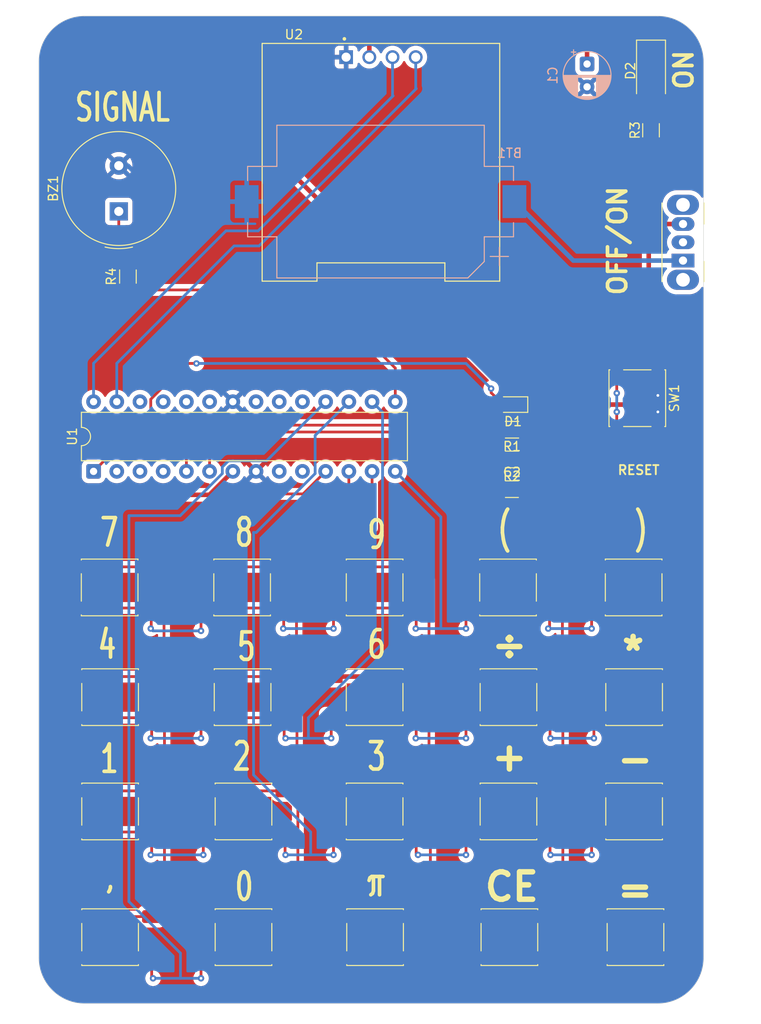
<source format=kicad_pcb>
(kicad_pcb (version 20241229) (generator "pcbnew") (generator_version "9.0")
  (layers (0 "F.Cu" signal) (2 "B.Cu" signal) (13 "F.Paste" user) (15 "B.Paste" user) (5 "F.SilkS" user "F.Silkscreen") (7 "B.SilkS" user "B.Silkscreen") (1 "F.Mask" user) (3 "B.Mask" user) (25 "Edge.Cuts" user))
  (net 0 "")
  (net 1 "Net-(BT1-+)")
  (net 2 "GND")
  (net 3 "Net-(BZ1-+)")
  (net 4 "+3.3V")
  (net 5 "RESET")
  (net 6 "Net-(D2-A)")
  (net 7 "Net-(R2-Pad1)")
  (net 8 "BUZZER")
  (net 9 "C5")
  (net 10 "R1")
  (net 11 "R2")
  (net 12 "R3")
  (net 13 "R4")
  (net 14 "C4")
  (net 15 "C3")
  (net 16 "C2")
  (net 17 "C1")
  (net 27 "Net-(U1-PC4)")
  (net 32 "Net-(U1-PC5)")
  (footprint "Button_Switch_SMD:SW_Push_1P1T_NO_E-Switch_TL3301NxxxxxG" (layer "F.Cu") (at 143.5 101.75)
    (property "Reference" "SW2" (hide yes))
    (property "Value" "SW_Push")
  )
  (footprint "Button_Switch_THT:SW_Slide_SPDT_Angled_CK_OS102011MA1Q" (layer "F.Cu") (at 206.25 66 90)
    (property "Reference" "SW22" (hide yes))
    (property "Value" "SW_SPDT_312")
  )
  (footprint "Button_Switch_SMD:SW_Push_1P1T_NO_E-Switch_TL3301NxxxxxG" (layer "F.Cu") (at 172.5 101.75)
    (property "Reference" "SW13" (hide yes))
    (property "Value" "SW_Push")
  )
  (footprint "Capacitor_SMD:C_1206_3216Metric" (layer "F.Cu") (at 187.525 91)
    (property "Reference" "C2")
    (property "Value" "100nF")
  )
  (footprint "Button_Switch_SMD:SW_Push_1P1T_NO_E-Switch_TL3301NxxxxxG" (layer "F.Cu") (at 143.55 140)
    (property "Reference" "SW5" (hide yes))
    (property "Value" "SW_Push")
  )
  (footprint "Button_Switch_SMD:SW_Push_1P1T_NO_E-Switch_TL3301NxxxxxG" (layer "F.Cu") (at 200.9 126.25)
    (property "Reference" "SW20" (hide yes))
    (property "Value" "SW_Push")
  )
  (footprint "Button_Switch_SMD:SW_Push_1P1T_NO_E-Switch_TL3301NxxxxxG" (layer "F.Cu") (at 201.05 140)
    (property "Reference" "SW21" (hide yes))
    (property "Value" "SW_Push")
  )
  (footprint "Button_Switch_SMD:SW_Push_1P1T_NO_E-Switch_TL3301NxxxxxG" (layer "F.Cu") (at 187.1 101.75)
    (property "Reference" "SW14" (hide yes))
    (property "Value" "SW_Push")
  )
  (footprint "Button_Switch_SMD:SW_Push_1P1T_NO_E-Switch_TL3301NxxxxxG" (layer "F.Cu") (at 158.15 126.25)
    (property "Reference" "SW8" (hide yes))
    (property "Value" "SW_Push")
  )
  (footprint "Buzzer_Beeper:Buzzer_TDK_PS1240P02BT_D12.2mm_H6.5mm" (layer "F.Cu") (at 144.5 60.620785 90)
    (property "Reference" "BZ1")
    (property "Value" "Buzzer")
  )
  (footprint "Resistor_SMD:R_1206_3216Metric" (layer "F.Cu") (at 187.5375 87.75 180)
    (property "Reference" "R2")
    (property "Value" "300R")
  )
  (footprint "LED_SMD:LED_2010_5025Metric_Pad1.52x2.65mm_HandSolder" (layer "F.Cu") (at 202.75 45.25 -90)
    (property "Reference" "D2")
    (property "Value" "GREEN")
  )
  (footprint "Button_Switch_SMD:SW_Push_1P1T_NO_E-Switch_TL3301NxxxxxG" (layer "F.Cu") (at 143.55 113.75)
    (property "Reference" "SW3" (hide yes))
    (property "Value" "SW_Push")
  )
  (footprint "Resistor_SMD:R_1206_3216Metric" (layer "F.Cu") (at 202.75 51.75 -90)
    (property "Reference" "R3")
    (property "Value" "330R")
  )
  (footprint "Button_Switch_SMD:SW_Push_1P1T_NO_E-Switch_TL3301NxxxxxG" (layer "F.Cu") (at 187.15 126.25)
    (property "Reference" "SW16" (hide yes))
    (property "Value" "SW_Push")
  )
  (footprint "Button_Switch_SMD:SW_Push_1P1T_NO_E-Switch_TL3301NxxxxxG" (layer "F.Cu") (at 158.15 140)
    (property "Reference" "SW9" (hide yes))
    (property "Value" "SW_Push")
  )
  (footprint "Button_Switch_SMD:SW_Push_1P1T_NO_E-Switch_TL3301NxxxxxG" (layer "F.Cu") (at 172.5 126.25)
    (property "Reference" "SW11" (hide yes))
    (property "Value" "SW_Push")
  )
  (footprint "Button_Switch_SMD:SW_Push_1P1T_NO_E-Switch_TL3301NxxxxxG" (layer "F.Cu") (at 200.9 113.75)
    (property "Reference" "SW19" (hide yes))
    (property "Value" "SW_Push")
  )
  (footprint "Button_Switch_SMD:SW_Push_1P1T_NO_E-Switch_TL3301NxxxxxG" (layer "F.Cu") (at 200.85 101.75)
    (property "Reference" "SW18" (hide yes))
    (property "Value" "SW_Push")
  )
  (footprint "Button_Switch_SMD:SW_Push_1P1T_NO_E-Switch_TL3301NxxxxxG" (layer "F.Cu") (at 201.25 81.05 -90)
    (property "Reference" "SW1")
    (property "Value" "RESET")
  )
  (footprint "Button_Switch_SMD:SW_Push_1P1T_NO_E-Switch_TL3301NxxxxxG" (layer "F.Cu") (at 187.25 140)
    (property "Reference" "SW17" (hide yes))
    (property "Value" "SW_Push")
  )
  (footprint "Button_Switch_SMD:SW_Push_1P1T_NO_E-Switch_TL3301NxxxxxG" (layer "F.Cu") (at 187.15 113.75)
    (property "Reference" "SW15" (hide yes))
    (property "Value" "SW_Push")
  )
  (footprint "Package_DIP:DIP-28_W7.62mm" (layer "F.Cu") (at 141.74 89.055 90)
    (property "Reference" "U1")
    (property "Value" "ATmega328-P")
  )
  (footprint "Button_Switch_SMD:SW_Push_1P1T_NO_E-Switch_TL3301NxxxxxG" (layer "F.Cu") (at 158.05 113.75)
    (property "Reference" "SW7" (hide yes))
    (property "Value" "SW_Push")
  )
  (footprint "Diode_SMD:D_SOD-323F" (layer "F.Cu") (at 187.65 81.75 180)
    (property "Reference" "D1")
    (property "Value" "3.4 Zener")
  )
  (footprint "Button_Switch_SMD:SW_Push_1P1T_NO_E-Switch_TL3301NxxxxxG" (layer "F.Cu") (at 143.55 126.25)
    (property "Reference" "SW4" (hide yes))
    (property "Value" "SW_Push")
  )
  (footprint "Resistor_SMD:R_1206_3216Metric" (layer "F.Cu") (at 187.5375 84.5 180)
    (property "Reference" "R1")
    (property "Value" "10k")
  )
  (footprint "Button_Switch_SMD:SW_Push_1P1T_NO_E-Switch_TL3301NxxxxxG" (layer "F.Cu") (at 172.55 140)
    (property "Reference" "SW10" (hide yes))
    (property "Value" "SW_Push")
  )
  (footprint "DM-OLED096-636:MODULE_DM-OLED096-636" (layer "F.Cu") (at 173.19 55.25)
    (property "Reference" "U2")
    (property "Value" "DM-OLED096-636")
  )
  (footprint "Button_Switch_SMD:SW_Push_1P1T_NO_E-Switch_TL3301NxxxxxG" (layer "F.Cu") (at 158 101.75)
    (property "Reference" "SW6" (hide yes))
    (property "Value" "SW_Push")
  )
  (footprint "Resistor_SMD:R_1206_3216Metric" (layer "F.Cu") (at 145.5 67.75 90)
    (property "Reference" "R4")
    (property "Value" "100R")
  )
  (footprint "Button_Switch_SMD:SW_Push_1P1T_NO_E-Switch_TL3301NxxxxxG" (layer "F.Cu") (at 172.5 113.75)
    (property "Reference" "SW12" (hide yes))
    (property "Value" "SW_Push")
  )
  (footprint "Battery:BatteryHolder_Keystone_1060_1x2032" (layer "B.Cu") (at 173.15 59.55 180)
    (property "Reference" "BT1")
    (property "Value" "3.3V")
  )
  (footprint "Capacitor_THT:CP_Radial_D5.0mm_P2.50mm" (layer "B.Cu") (at 195.75 44.5 -90)
    (property "Reference" "C1")
    (property "Value" "100uF")
  )
  (gr_arc (start 140.75 147.25) (mid 137.214466 145.785534) (end 135.75 142.25) (stroke (width 0.05)) (layer "Edge.Cuts"))
  (gr_line (start 208.5 142.25) (end 208.5 44.25) (stroke (width 0.05)) (layer "Edge.Cuts"))
  (gr_line (start 140.75 147.25) (end 203.5 147.25) (stroke (width 0.05)) (layer "Edge.Cuts"))
  (gr_arc (start 135.75 44.25) (mid 137.214466 40.714466) (end 140.75 39.25) (stroke (width 0.05)) (layer "Edge.Cuts"))
  (gr_arc (start 208.5 142.25) (mid 207.035534 145.785534) (end 203.5 147.25) (stroke (width 0.05)) (layer "Edge.Cuts"))
  (gr_line (start 135.75 44.25) (end 135.75 142.25) (stroke (width 0.05)) (layer "Edge.Cuts"))
  (gr_arc (start 203.5 39.25) (mid 207.035534 40.714466) (end 208.5 44.25) (stroke (width 0.05)) (layer "Edge.Cuts"))
  (gr_line (start 203.5 39.25) (end 140.75 39.25) (stroke (width 0.05)) (layer "Edge.Cuts"))
  (gr_text "RESET" (at 199 89.5 0) (layer "F.SilkS") (effects (font (size 1 1) (thickness 0.2) (bold yes)) (justify left bottom)))
  (gr_text "8" (at 157 97.5 0) (layer "F.SilkS") (effects (font (size 3 2) (thickness 0.4) (bold yes)) (justify left bottom)))
  (gr_text "2" (at 156.75 122 0) (layer "F.SilkS") (effects (font (size 3 2) (thickness 0.4) (bold yes)) (justify left bottom)))
  (gr_text "SIGNAL" (at 139.5 51 0) (layer "F.SilkS") (effects (font (size 3 2) (thickness 0.4) (bold yes)) (justify left bottom)))
  (gr_text "3" (at 171.5 122 0) (layer "F.SilkS") (effects (font (size 3 2) (thickness 0.4) (bold yes)) (justify left bottom)))
  (gr_text "÷" (at 185 109.75 0) (layer "F.SilkS") (effects (font (size 3 3) (thickness 0.6) (bold yes)) (justify left bottom)))
  (gr_text "6" (at 171.5 109.75 0) (layer "F.SilkS") (effects (font (size 3 2) (thickness 0.4) (bold yes)) (justify left bottom)))
  (gr_text "0" (at 157 136.25 0) (layer "F.SilkS") (effects (font (size 3 2) (thickness 0.4) (bold yes)) (justify left bottom)))
  (gr_text "+" (at 185 122 0) (layer "F.SilkS") (effects (font (size 3 3) (thickness 0.6) (bold yes)) (justify left bottom)))
  (gr_text "1" (at 142.25 122.25 0) (layer "F.SilkS") (effects (font (size 3 2) (thickness 0.4) (bold yes)) (justify left bottom)))
  (gr_text "ON" (at 207.5 47.5 90) (layer "F.SilkS") (effects (font (size 2 2) (thickness 0.4) (bold yes)) (justify left bottom)))
  (gr_text "=" (at 198.75 136.5 0) (layer "F.SilkS") (effects (font (size 3 3) (thickness 0.6) (bold yes)) (justify left bottom)))
  (gr_text "OFF/ON" (at 200.25 70 90) (layer "F.SilkS") (effects (font (size 2 2) (thickness 0.4) (bold yes)) (justify left bottom)))
  (gr_text "π" (at 171.25 135.75 0) (layer "F.SilkS") (effects (font (size 3 2) (thickness 0.4) (bold yes)) (justify left bottom)))
  (gr_text "," (at 142.75 135 0) (layer "F.SilkS") (effects (font (size 3 2) (thickness 0.4) (bold yes)) (justify left bottom)))
  (gr_text "CE" (at 184.25 136.25 0) (layer "F.SilkS") (effects (font (size 3 3) (thickness 0.6) (bold yes)) (justify left bottom)))
  (gr_text ")" (at 200.75 97 0) (layer "F.SilkS") (effects (font (size 3 2) (thickness 0.4) (bold yes)) (justify left bottom)))
  (gr_text "(" (at 185.75 97 0) (layer "F.SilkS") (effects (font (size 3 2) (thickness 0.4) (bold yes)) (justify left bottom)))
  (gr_text "4" (at 142 109.75 0) (layer "F.SilkS") (effects (font (size 3 2) (thickness 0.4) (bold yes)) (justify left bottom)))
  (gr_text "9" (at 171.5 97.75 0) (layer "F.SilkS") (effects (font (size 3 2) (thickness 0.4) (bold yes)) (justify left bottom)))
  (gr_text "*" (at 199.25 110.5 0) (layer "F.SilkS") (effects (font (size 3 3) (thickness 0.6) (bold yes)) (justify left bottom)))
  (gr_text "-" (at 198.75 122.25 0) (layer "F.SilkS") (effects (font (size 3 3) (thickness 0.6) (bold yes)) (justify left bottom)))
  (gr_text "7" (at 142.25 97.5 0) (layer "F.SilkS") (effects (font (size 3 2) (thickness 0.4) (bold yes)) (justify left bottom)))
  (gr_text "5" (at 157.25 110 0) (layer "F.SilkS") (effects (font (size 3 2) (thickness 0.4) (bold yes)) (justify left bottom)))
  (segment (start 194.25 66) (end 206.25 66) (width 0.5) (layer "B.Cu") (net 1))
  (segment (start 187.8 59.55) (end 194.25 66) (width 0.5) (layer "B.Cu") (net 1))
  (segment (start 203.5 76.5) (end 203.5 80.75) (width 0.5) (layer "F.Cu") (net 2))
  (segment (start 203.5 82.55) (end 203.5 85.6) (width 0.5) (layer "F.Cu") (net 2))
  (via (at 203.5 80.75) (size 0.7) (drill 0.3) (layers "F.Cu" "B.Cu") (net 2))
  (via (at 203.5 82.55) (size 0.7) (drill 0.3) (layers "F.Cu" "B.Cu") (net 2))
  (segment (start 158.5 59.55) (end 149.429215 59.55) (width 0.5) (layer "B.Cu") (net 2))
  (segment (start 149.429215 59.55) (end 145.5 55.620785) (width 0.5) (layer "B.Cu") (net 2))
  (segment (start 158.5 54.69) (end 163.97 49.22) (width 0.5) (layer "B.Cu") (net 2))
  (segment (start 158.5 59.55) (end 158.5 54.69) (width 0.5) (layer "B.Cu") (net 2))
  (segment (start 203.5 80.75) (end 203.5 82.55) (width 0.5) (layer "B.Cu") (net 2))
  (segment (start 145.5 63.75) (end 145.5 66.2875) (width 0.3) (layer "F.Cu") (net 3))
  (segment (start 144.5 62.75) (end 145.5 63.75) (width 0.3) (layer "F.Cu") (net 3))
  (segment (start 144.5 60.620785) (end 144.5 62.75) (width 0.3) (layer "F.Cu") (net 3))
  (segment (start 156.98 89.055) (end 154.414 91.621) (width 0.5) (layer "F.Cu") (net 4))
  (segment (start 139.042708 91.621) (end 137.5 90.078292) (width 0.5) (layer "F.Cu") (net 4))
  (segment (start 204.25 81.75) (end 205.5 80.5) (width 0.5) (layer "F.Cu") (net 4))
  (segment (start 154.414 91.621) (end 139.042708 91.621) (width 0.5) (layer "F.Cu") (net 4))
  (segment (start 159.75 52.75) (end 188.75 81.75) (width 0.5) (layer "F.Cu") (net 4))
  (segment (start 188.75 81.75) (end 204.25 81.75) (width 0.5) (layer "F.Cu") (net 4))
  (segment (start 137.5 90.078292) (end 137.5 58) (width 0.5) (layer "F.Cu") (net 4))
  (segment (start 207.25 43.75) (end 207.25 52.5) (width 0.5) (layer "F.Cu") (net 4))
  (segment (start 206.5 53.25) (end 206.4625 53.2125) (width 0.5) (layer "F.Cu") (net 4))
  (segment (start 202.75 60.5) (end 202.75 53.2125) (width 0.5) (layer "F.Cu") (net 4))
  (segment (start 204.25 62) (end 202.75 60.5) (width 0.5) (layer "F.Cu") (net 4))
  (segment (start 188.75 81.75) (end 188.75 84.25) (width 0.3) (layer "F.Cu") (net 4))
  (segment (start 202.5 68) (end 202.5 63.75) (width 0.5) (layer "F.Cu") (net 4))
  (segment (start 204.5 41) (end 207.25 43.75) (width 0.5) (layer "F.Cu") (net 4))
  (segment (start 142.75 52.75) (end 159.75 52.75) (width 0.5) (layer "F.Cu") (net 4))
  (segment (start 188.75 84.25) (end 189 84.5) (width 0.3) (layer "F.Cu") (net 4))
  (segment (start 202.5 63.75) (end 204.25 62) (width 0.5) (layer "F.Cu") (net 4))
  (segment (start 137.5 58) (end 142.75 52.75) (width 0.5) (layer "F.Cu") (net 4))
  (segment (start 194.75 41) (end 173 41) (width 0.5) (layer "F.Cu") (net 4))
  (segment (start 206.4625 53.2125) (end 202.75 53.2125) (width 0.5) (layer "F.Cu") (net 4))
  (segment (start 171.92 42.08) (end 171.92 43.75) (width 0.5) (layer "F.Cu") (net 4))
  (segment (start 205.5 71) (end 202.5 68) (width 0.5) (layer "F.Cu") (net 4))
  (segment (start 207.25 52.5) (end 206.5 53.25) (width 0.5) (layer "F.Cu") (net 4))
  (segment (start 195.75 44.5) (end 195.75 42) (width 0.5) (layer "F.Cu") (net 4))
  (segment (start 206.25 62) (end 204.25 62) (width 0.5) (layer "F.Cu") (net 4))
  (segment (start 196.75 41) (end 204.5 41) (width 0.5) (layer "F.Cu") (net 4))
  (segment (start 205.5 80.5) (end 205.5 71) (width 0.5) (layer "F.Cu") (net 4))
  (segment (start 195.75 42) (end 194.75 41) (width 0.5) (layer "F.Cu") (net 4))
  (segment (start 173 41) (end 171.92 42.08) (width 0.5) (layer "F.Cu") (net 4))
  (segment (start 195.75 42) (end 196.75 41) (width 0.5) (layer "F.Cu") (net 4))
  (segment (start 186.55 84.025) (end 186.075 84.5) (width 0.3) (layer "F.Cu") (net 5))
  (segment (start 141.74 89.055) (end 148 82.795) (width 0.3) (layer "F.Cu") (net 5))
  (segment (start 186.55 81.75) (end 186.55 84.025) (width 0.3) (layer "F.Cu") (net 5))
  (segment (start 151.91724 77.25) (end 153 77.25) (width 0.3) (layer "F.Cu") (net 5))
  (segment (start 186.075 90.975) (end 186.05 91) (width 0.3) (layer "F.Cu") (net 5))
  (segment (start 186.075 84.5) (end 186.075 87.75) (width 0.3) (layer "F.Cu") (net 5))
  (segment (start 148 82.795) (end 148 81.16724) (width 0.3) (layer "F.Cu") (net 5))
  (segment (start 185.25 80) (end 185.25 80.45) (width 0.3) (layer "F.Cu") (net 5))
  (segment (start 148 81.16724) (end 151.91724 77.25) (width 0.3) (layer "F.Cu") (net 5))
  (segment (start 186.075 87.75) (end 186.075 90.975) (width 0.3) (layer "F.Cu") (net 5))
  (segment (start 185.25 80.45) (end 186.55 81.75) (width 0.3) (layer "F.Cu") (net 5))
  (via (at 153 77.25) (size 0.7) (drill 0.3) (layers "F.Cu" "B.Cu") (net 5))
  (via (at 185.25 80) (size 0.7) (drill 0.3) (layers "F.Cu" "B.Cu") (net 5))
  (segment (start 182.5 77.25) (end 185.25 80) (width 0.3) (layer "B.Cu") (net 5))
  (segment (start 153 77.25) (end 182.5 77.25) (width 0.3) (layer "B.Cu") (net 5))
  (segment (start 202.75 47.5875) (end 202.75 50.2875) (width 0.3) (layer "F.Cu") (net 6))
  (segment (start 189 87.75) (end 191.15 85.6) (width 0.3) (layer "F.Cu") (net 7))
  (segment (start 199 76.5) (end 199 80.5) (width 0.3) (layer "F.Cu") (net 7))
  (segment (start 199 82.55) (end 199 85.6) (width 0.3) (layer "F.Cu") (net 7))
  (segment (start 191.15 85.6) (end 199 85.6) (width 0.3) (layer "F.Cu") (net 7))
  (via (at 199 82.55) (size 0.7) (drill 0.3) (layers "F.Cu" "B.Cu") (net 7))
  (via (at 199 80.5) (size 0.7) (drill 0.3) (layers "F.Cu" "B.Cu") (net 7))
  (segment (start 199 80.5) (end 199 82.55) (width 0.3) (layer "B.Cu") (net 7))
  (segment (start 174.76 77.76) (end 174.76 81.435) (width 0.3) (layer "F.Cu") (net 8))
  (segment (start 162.7125 69.2125) (end 168.5 75) (width 0.3) (layer "F.Cu") (net 8))
  (segment (start 172 75) (end 174.76 77.76) (width 0.3) (layer "F.Cu") (net 8))
  (segment (start 145.5 69.2125) (end 162.7125 69.2125) (width 0.3) (layer "F.Cu") (net 8))
  (segment (start 168.5 75) (end 172 75) (width 0.3) (layer "F.Cu") (net 8))
  (segment (start 149.501 112.901) (end 149.501 122.599) (width 0.3) (layer "F.Cu") (net 9))
  (segment (start 148.05 99.5) (end 149.451 100.901) (width 0.3) (layer "F.Cu") (net 9))
  (segment (start 139 137.75) (end 148.1 137.75) (width 0.3) (layer "F.Cu") (net 9))
  (segment (start 149.451 100.901) (end 149.451 110.149) (width 0.3) (layer "F.Cu") (net 9))
  (segment (start 139 111.5) (end 148.1 111.5) (width 0.3) (layer "F.Cu") (net 9))
  (segment (start 148.1 111.5) (end 149.501 112.901) (width 0.3) (layer "F.Cu") (net 9))
  (segment (start 149.501 125.401) (end 149.501 136.349) (width 0.3) (layer "F.Cu") (net 9))
  (segment (start 164.674 91.521) (end 167.14 89.055) (width 0.3) (layer "F.Cu") (net 9))
  (segment (start 148.05 99.5) (end 149 99.5) (width 0.3) (layer "F.Cu") (net 9))
  (segment (start 149.501 136.349) (end 148.1 137.75) (width 0.3) (layer "F.Cu") (net 9))
  (segment (start 138.95 99.5) (end 148.05 99.5) (width 0.3) (layer "F.Cu") (net 9))
  (segment (start 149.501 122.599) (end 148.1 124) (width 0.3) (layer "F.Cu") (net 9))
  (segment (start 148.1 124) (end 149.501 125.401) (width 0.3) (layer "F.Cu") (net 9))
  (segment (start 139 124) (end 148.1 124) (width 0.3) (layer "F.Cu") (net 9))
  (segment (start 149.451 110.149) (end 148.1 111.5) (width 0.3) (layer "F.Cu") (net 9))
  (segment (start 149 99.5) (end 156.979 91.521) (width 0.3) (layer "F.Cu") (net 9))
  (segment (start 156.979 91.521) (end 164.674 91.521) (width 0.3) (layer "F.Cu") (net 9))
  (segment (start 177.05 106.2) (end 177 106.25) (width 0.3) (layer "F.Cu") (net 10))
  (segment (start 153.5 106.5) (end 153.5 104.05) (width 0.3) (layer "F.Cu") (net 10))
  (segment (start 168 104.05) (end 167.95 104) (width 0.3) (layer "F.Cu") (net 10))
  (segment (start 162.55 104) (end 162.55 106.2) (width 0.3) (layer "F.Cu") (net 10))
  (segment (start 167.95 104) (end 177.05 104) (width 0.3) (layer "F.Cu") (net 10))
  (segment (start 182.55 104) (end 191.65 104) (width 0.3) (layer "F.Cu") (net 10))
  (segment (start 148.05 106.2) (end 148 106.25) (width 0.3) (layer "F.Cu") (net 10))
  (segment (start 148.05 104) (end 148.05 106.2) (width 0.3) (layer "F.Cu") (net 10))
  (segment (start 191.65 106.1) (end 191.5 106.25) (width 0.3) (layer "F.Cu") (net 10))
  (segment (start 162.55 106.2) (end 162.5 106.25) (width 0.3) (layer "F.Cu") (net 10))
  (segment (start 153.45 104) (end 162.55 104) (width 0.3) (layer "F.Cu") (net 10))
  (segment (start 153.5 104.05) (end 153.45 104) (width 0.3) (layer "F.Cu") (net 10))
  (segment (start 191.65 104) (end 191.65 106.1) (width 0.3) (layer "F.Cu") (net 10))
  (segment (start 182.5 104.05) (end 182.55 104) (width 0.3) (layer "F.Cu") (net 10))
  (segment (start 196.25 106.25) (end 196.25 104.05) (width 0.3) (layer "F.Cu") (net 10))
  (segment (start 168 106.25) (end 168 104.05) (width 0.3) (layer "F.Cu") (net 10))
  (segment (start 196.25 104.05) (end 196.3 104) (width 0.3) (layer "F.Cu") (net 10))
  (segment (start 177.05 104) (end 177.05 106.2) (width 0.3) (layer "F.Cu") (net 10))
  (segment (start 182.5 106.25) (end 182.5 104.05) (width 0.3) (layer "F.Cu") (net 10))
  (segment (start 138.95 104) (end 148.05 104) (width 0.3) (layer "F.Cu") (net 10))
  (segment (start 196.3 104) (end 205.4 104) (width 0.3) (layer "F.Cu") (net 10))
  (via (at 182.5 106.25) (size 0.7) (drill 0.3) (layers "F.Cu" "B.Cu") (net 10))
  (via (at 148 106.25) (size 0.7) (drill 0.3) (layers "F.Cu" "B.Cu") (net 10))
  (via (at 153.5 106.5) (size 0.7) (drill 0.3) (layers "F.Cu" "B.Cu") (net 10))
  (via (at 162.5 106.25) (size 0.7) (drill 0.3) (layers "F.Cu" "B.Cu") (net 10))
  (via (at 196.25 106.25) (size 0.7) (drill 0.3) (layers "F.Cu" "B.Cu") (net 10))
  (via (at 191.5 106.25) (size 0.7) (drill 0.3) (layers "F.Cu" "B.Cu") (net 10))
  (via (at 168 106.25) (size 0.7) (drill 0.3) (layers "F.Cu" "B.Cu") (net 10))
  (via (at 177 106.25) (size 0.7) (drill 0.3) (layers "F.Cu" "B.Cu") (net 10))
  (segment (start 191.5 106.25) (end 196.25 106.25) (width 0.3) (layer "B.Cu") (net 10))
  (segment (start 179.75 106.25) (end 180 106.25) (width 0.3) (layer "B.Cu") (net 10))
  (segment (start 148 106.25) (end 148.25 106.5) (width 0.3) (layer "B.Cu") (net 10))
  (segment (start 148.25 106.5) (end 153.5 106.5) (width 0.3) (layer "B.Cu") (net 10))
  (segment (start 162.5 106.25) (end 168 106.25) (width 0.3) (layer "B.Cu") (net 10))
  (segment (start 174.76 89.055) (end 179.75 94.045) (width 0.3) (layer "B.Cu") (net 10))
  (segment (start 179.75 94.045) (end 179.75 106.25) (width 0.3) (layer "B.Cu") (net 10))
  (segment (start 177 106.25) (end 179.75 106.25) (width 0.3) (layer "B.Cu") (net 10))
  (segment (start 180 106.25) (end 182.5 106.25) (width 0.3) (layer "B.Cu") (net 10))
  (segment (start 196.5 118.25) (end 196.5 116.15) (width 0.3) (layer "F.Cu") (net 11))
  (segment (start 167.75 118.25) (end 167.75 116.2) (width 0.3) (layer "F.Cu") (net 11))
  (segment (start 148.1 118.15) (end 148 118.25) (width 0.3) (layer "F.Cu") (net 11))
  (segment (start 191.7 118.2) (end 191.75 118.25) (width 0.3) (layer "F.Cu") (net 11))
  (segment (start 177.05 118.2) (end 177 118.25) (width 0.3) (layer "F.Cu") (net 11))
  (segment (start 177.05 116) (end 177.05 118.2) (width 0.3) (layer "F.Cu") (net 11))
  (segment (start 162.6 118.1) (end 162.75 118.25) (width 0.3) (layer "F.Cu") (net 11))
  (segment (start 162.6 116) (end 162.6 118.1) (width 0.3) (layer "F.Cu") (net 11))
  (segment (start 191.7 116) (end 191.7 118.2) (width 0.3) (layer "F.Cu") (net 11))
  (segment (start 153.5 118.25) (end 153.5 116) (width 0.3) (layer "F.Cu") (net 11))
  (segment (start 196.5 116.15) (end 196.35 116) (width 0.3) (layer "F.Cu") (net 11))
  (segment (start 182.5 116.1) (end 182.6 116) (width 0.3) (layer "F.Cu") (net 11))
  (segment (start 153.5 116) (end 162.6 116) (width 0.3) (layer "F.Cu") (net 11))
  (segment (start 139 116) (end 148.1 116) (width 0.3) (layer "F.Cu") (net 11))
  (segment (start 196.35 116) (end 205.45 116) (width 0.3) (layer "F.Cu") (net 11))
  (segment (start 167.75 116.2) (end 167.95 116) (width 0.3) (layer "F.Cu") (net 11))
  (segment (start 182.5 118.25) (end 182.5 116.1) (width 0.3) (layer "F.Cu") (net 11))
  (segment (start 182.6 116) (end 191.7 116) (width 0.3) (layer "F.Cu") (net 11))
  (segment (start 148.1 116) (end 148.1 118.15) (width 0.3) (layer "F.Cu") (net 11))
  (segment (start 167.95 116) (end 177.05 116) (width 0.3) (layer "F.Cu") (net 11))
  (via (at 196.5 118.25) (size 0.7) (drill 0.3) (layers "F.Cu" "B.Cu") (net 11))
  (via (at 167.75 118.25) (size 0.7) (drill 0.3) (layers "F.Cu" "B.Cu") (net 11))
  (via (at 148 118.25) (size 0.7) (drill 0.3) (layers "F.Cu" "B.Cu") (net 11))
  (via (at 177 118.25) (size 0.7) (drill 0.3) (layers "F.Cu" "B.Cu") (net 11))
  (via (at 153.5 118.25) (size 0.7) (drill 0.3) (layers "F.Cu" "B.Cu") (net 11))
  (via (at 191.75 118.25) (size 0.7) (drill 0.3) (layers "F.Cu" "B.Cu") (net 11))
  (via (at 162.75 118.25) (size 0.7) (drill 0.3) (layers "F.Cu" "B.Cu") (net 11))
  (via (at 182.5 118.25) (size 0.7) (drill 0.3) (layers "F.Cu" "B.Cu") (net 11))
  (segment (start 172.22 81.435) (end 173.371 82.586) (width 0.3) (layer "B.Cu") (net 11))
  (segment (start 173.371 107.879) (end 165.25 116) (width 0.3) (layer "B.Cu") (net 11))
  (segment (start 165.25 116) (end 165.25 118.25) (width 0.3) (layer "B.Cu") (net 11))
  (segment (start 162.75 118.25) (end 165.25 118.25) (width 0.3) (layer "B.Cu") (net 11))
  (segment (start 165.25 118.25) (end 167.75 118.25) (width 0.3) (layer "B.Cu") (net 11))
  (segment (start 173.371 82.586) (end 173.371 107.879) (width 0.3) (layer "B.Cu") (net 11))
  (segment (start 191.75 118.25) (end 196.5 118.25) (width 0.3) (layer "B.Cu") (net 11))
  (segment (start 148 118.25) (end 153.5 118.25) (width 0.3) (layer "B.Cu") (net 11))
  (segment (start 177 118.25) (end 182.5 118.25) (width 0.3) (layer "B.Cu") (net 11))
  (segment (start 196.25 128.6) (end 196.35 128.5) (width 0.3) (layer "F.Cu") (net 12))
  (segment (start 153.6 128.5) (end 162.7 128.5) (width 0.3) (layer "F.Cu") (net 12))
  (segment (start 177.05 128.5) (end 177.05 130.8) (width 0.3) (layer "F.Cu") (net 12))
  (segment (start 168 131) (end 168 128.55) (width 0.3) (layer "F.Cu") (net 12))
  (segment (start 167.95 128.5) (end 177.05 128.5) (width 0.3) (layer "F.Cu") (net 12))
  (segment (start 162.7 130.95) (end 162.75 131) (width 0.3) (layer "F.Cu") (net 12))
  (segment (start 182.5 131) (end 182.5 128.6) (width 0.3) (layer "F.Cu") (net 12))
  (segment (start 196.35 128.5) (end 205.45 128.5) (width 0.3) (layer "F.Cu") (net 12))
  (segment (start 182.5 128.6) (end 182.6 128.5) (width 0.3) (layer "F.Cu") (net 12))
  (segment (start 153.75 128.65) (end 153.6 128.5) (width 0.3) (layer "F.Cu") (net 12))
  (segment (start 196.25 131) (end 196.25 128.6) (width 0.3) (layer "F.Cu") (net 12))
  (segment (start 153.75 131) (end 153.75 128.65) (width 0.3) (layer "F.Cu") (net 12))
  (segment (start 168 128.55) (end 167.95 128.5) (width 0.3) (layer "F.Cu") (net 12))
  (segment (start 148.1 130.9) (end 148 131) (width 0.3) (layer "F.Cu") (net 12))
  (segment (start 177.05 130.8) (end 177.25 131) (width 0.3) (layer "F.Cu") (net 12))
  (segment (start 191.7 128.5) (end 191.7 130.95) (width 0.3) (layer "F.Cu") (net 12))
  (segment (start 139 128.5) (end 148.1 128.5) (width 0.3) (layer "F.Cu") (net 12))
  (segment (start 148.1 128.5) (end 148.1 130.9) (width 0.3) (layer "F.Cu") (net 12))
  (segment (start 162.7 128.5) (end 162.7 130.95) (width 0.3) (layer "F.Cu") (net 12))
  (segment (start 191.7 130.95) (end 191.75 131) (width 0.3) (layer "F.Cu") (net 12))
  (segment (start 182.6 128.5) (end 191.7 128.5) (width 0.3) (layer "F.Cu") (net 12))
  (via (at 182.5 131) (size 0.7) (drill 0.3) (layers "F.Cu" "B.Cu") (net 12))
  (via (at 148 131) (size 0.7) (drill 0.3) (layers "F.Cu" "B.Cu") (net 12))
  (via (at 191.75 131) (size 0.7) (drill 0.3) (layers "F.Cu" "B.Cu") (net 12))
  (via (at 196.25 131) (size 0.7) (drill 0.3) (layers "F.Cu" "B.Cu") (net 12))
  (via (at 177.25 131) (size 0.7) (drill 0.3) (layers "F.Cu" "B.Cu") (net 12))
  (via (at 153.75 131) (size 0.7) (drill 0.3) (layers "F.Cu" "B.Cu") (net 12))
  (via (at 162.75 131) (size 0.7) (drill 0.3) (layers "F.Cu" "B.Cu") (net 12))
  (via (at 168 131) (size 0.7) (drill 0.3) (layers "F.Cu" "B.Cu") (net 12))
  (segment (start 191.75 131) (end 196.25 131) (width 0.3) (layer "B.Cu") (net 12))
  (segment (start 165.5 131) (end 168 131) (width 0.3) (layer "B.Cu") (net 12))
  (segment (start 159.25 122.25) (end 159.25 95.73576) (width 0.3) (layer "B.Cu") (net 12))
  (segment (start 177.25 131) (end 182.5 131) (width 0.3) (layer "B.Cu") (net 12))
  (segment (start 165.989 85.126) (end 169.68 81.435) (width 0.3) (layer "B.Cu") (net 12))
  (segment (start 159.547 95.73576) (end 165.989 89.29376) (width 0.3) (layer "B.Cu") (net 12))
  (segment (start 165.5 131) (end 165.5 128.5) (width 0.3) (layer "B.Cu") (net 12))
  (segment (start 148 131) (end 153.75 131) (width 0.3) (layer "B.Cu") (net 12))
  (segment (start 165.989 89.29376) (end 165.989 85.126) (width 0.3) (layer "B.Cu") (net 12))
  (segment (start 162.75 131) (end 165.5 131) (width 0.3) (layer "B.Cu") (net 12))
  (segment (start 165.5 128.5) (end 159.25 122.25) (width 0.3) (layer "B.Cu") (net 12))
  (segment (start 159.25 95.73576) (end 159.547 95.73576) (width 0.3) (layer "B.Cu") (net 12))
  (segment (start 153.5 144.5) (end 153.5 142.35) (width 0.3) (layer "F.Cu") (net 13))
  (segment (start 148.1 142.25) (end 148.1 144.35) (width 0.3) (layer "F.Cu") (net 13))
  (segment (start 148.1 144.35) (end 148.25 144.5) (width 0.3) (layer "F.Cu") (net 13))
  (segment (start 153.5 142.35) (end 153.6 142.25) (width 0.3) (layer "F.Cu") (net 13))
  (segment (start 177.1 142.25) (end 182.35 142.25) (width 0.3) (layer "F.Cu") (net 13))
  (segment (start 192.25 142.25) (end 192.5 142) (width 0.3) (layer "F.Cu") (net 13))
  (segment (start 196.5 142.25) (end 205.6 142.25) (width 0.3) (layer "F.Cu") (net 13))
  (segment (start 182.35 142.25) (end 182.6 142) (width 0.3) (layer "F.Cu") (net 13))
  (segment (start 191.8 142.25) (end 192.25 142.25) (width 0.3) (layer "F.Cu") (net 13))
  (segment (start 191.8 142.25) (end 196.5 142.25) (width 0.3) (layer "F.Cu") (net 13))
  (segment (start 139 142.25) (end 148.1 142.25) (width 0.3) (layer "F.Cu") (net 13))
  (segment (start 168 142.25) (end 177.1 142.25) (width 0.3) (layer "F.Cu") (net 13))
  (segment (start 182.7 142.25) (end 191.8 142.25) (width 0.3) (layer "F.Cu") (net 13))
  (segment (start 153.6 142.25) (end 162.7 142.25) (width 0.3) (layer "F.Cu") (net 13))
  (segment (start 162.7 142.25) (end 168 142.25) (width 0.3) (layer "F.Cu") (net 13))
  (via (at 153.5 144.5) (size 0.7) (drill 0.3) (layers "F.Cu" "B.Cu") (net 13))
  (via (at 148.25 144.5) (size 0.7) (drill 0.3) (layers "F.Cu" "B.Cu") (net 13))
  (segment (start 145.60888 93.89888) (end 151.22388 93.89888) (width 0.3) (layer "B.Cu") (net 13))
  (segment (start 145.60888 136.10888) (end 145.60888 93.89888) (width 0.3) (layer "B.Cu") (net 13))
  (segment (start 151.25 144.5) (end 153.5 144.5) (width 0.3) (layer "B.Cu") (net 13))
  (segment (start 160.671 87.904) (end 167.14 81.435) (width 0.3) (layer "B.Cu") (net 13))
  (segment (start 148.25 144.5) (end 151.25 144.5) (width 0.3) (layer "B.Cu") (net 13))
  (segment (start 156.50324 87.904) (end 160.671 87.904) (width 0.3) (layer "B.Cu") (net 13))
  (segment (start 151.25 141.75) (end 145.60888 136.10888) (width 0.3) (layer "B.Cu") (net 13))
  (segment (start 151.25 144.5) (end 151.25 141.75) (width 0.3) (layer "B.Cu") (net 13))
  (segment (start 151.22388 93.89888) (end 155.829 89.29376) (width 0.3) (layer "B.Cu") (net 13))
  (segment (start 155.829 89.29376) (end 155.829 88.57824) (width 0.3) (layer "B.Cu") (net 13))
  (segment (start 155.829 88.57824) (end 156.50324 87.904) (width 0.3) (layer "B.Cu") (net 13))
  (segment (start 164.101 136.349) (end 164.101 125.401) (width 0.3) (layer "F.Cu") (net 14))
  (segment (start 162.6 111.5) (end 153.5 111.5) (width 0.3) (layer "F.Cu") (net 14))
  (segment (start 163.951 110.149) (end 163.951 100.901) (width 0.3) (layer "F.Cu") (net 14))
  (segment (start 162.55 99.5) (end 169.68 92.37) (width 0.3) (layer "F.Cu") (net 14))
  (segment (start 153.6 137.75) (end 162.7 137.75) (width 0.3) (layer "F.Cu") (net 14))
  (segment (start 162.7 124) (end 153.6 124) (width 0.3) (layer "F.Cu") (net 14))
  (segment (start 164.001 112.901) (end 162.6 111.5) (width 0.3) (layer "F.Cu") (net 14))
  (segment (start 162.7 137.75) (end 164.101 136.349) (width 0.3) (layer "F.Cu") (net 14))
  (segment (start 169.68 92.37) (end 169.68 89.055) (width 0.3) (layer "F.Cu") (net 14))
  (segment (start 162.7 124) (end 164.001 122.699) (width 0.3) (layer "F.Cu") (net 14))
  (segment (start 163.951 100.901) (end 162.55 99.5) (width 0.3) (layer "F.Cu") (net 14))
  (segment (start 164.001 122.699) (end 164.001 112.901) (width 0.3) (layer "F.Cu") (net 14))
  (segment (start 164.101 125.401) (end 162.7 124) (width 0.3) (layer "F.Cu") (net 14))
  (segment (start 162.6 111.5) (end 163.951 110.149) (width 0.3) (layer "F.Cu") (net 14))
  (segment (start 162.55 99.5) (end 153.45 99.5) (width 0.3) (layer "F.Cu") (net 14))
  (segment (start 178.451 112.901) (end 178.451 122.599) (width 0.3) (layer "F.Cu") (net 15))
  (segment (start 177.05 99.5) (end 178.451 100.901) (width 0.3) (layer "F.Cu") (net 15))
  (segment (start 167.95 99.5) (end 172.22 95.23) (width 0.3) (layer "F.Cu") (net 15))
  (segment (start 177.05 124) (end 178.601 125.551) (width 0.3) (layer "F.Cu") (net 15))
  (segment (start 167.95 124) (end 177.05 124) (width 0.5) (layer "F.Cu") (net 15))
  (segment (start 177.05 111.5) (end 178.451 112.901) (width 0.3) (layer "F.Cu") (net 15))
  (segment (start 178.451 122.599) (end 177.05 124) (width 0.3) (layer "F.Cu") (net 15))
  (segment (start 178.601 136.249) (end 177.1 137.75) (width 0.3) (layer "F.Cu") (net 15))
  (segment (start 167.95 111.5) (end 177.05 111.5) (width 0.5) (layer "F.Cu") (net 15))
  (segment (start 167.95 99.5) (end 177.05 99.5) (width 0.3) (layer "F.Cu") (net 15))
  (segment (start 178.601 125.551) (end 178.601 136.249) (width 0.3) (layer "F.Cu") (net 15))
  (segment (start 178.451 110.149) (end 177.1 111.5) (width 0.3) (layer "F.Cu") (net 15))
  (segment (start 172.22 95.23) (end 172.22 89.055) (width 0.3) (layer "F.Cu") (net 15))
  (segment (start 178.451 100.901) (end 178.451 110.149) (width 0.3) (layer "F.Cu") (net 15))
  (segment (start 168 137.75) (end 177.1 137.75) (width 0.3) (layer "F.Cu") (net 15))
  (segment (start 193.051 100.901) (end 193.051 110.149) (width 0.3) (layer "F.Cu") (net 16))
  (segment (start 182.6 111.5) (end 191.7 111.5) (width 0.3) (layer "F.Cu") (net 16))
  (segment (start 191.7 124) (end 193.101 125.401) (width 0.3) (layer "F.Cu") (net 16))
  (segment (start 182.55 93.05) (end 174.25 84.75) (width 0.3) (layer "F.Cu") (net 16))
  (segment (start 182.7 137.75) (end 191.8 137.75) (width 0.3) (layer "F.Cu") (net 16))
  (segment (start 154.44 85.56) (end 154.44 89.055) (width 0.3) (layer "F.Cu") (net 16))
  (segment (start 174.25 84.75) (end 155.25 84.75) (width 0.3) (layer "F.Cu") (net 16))
  (segment (start 193.101 136.449) (end 191.8 137.75) (width 0.3) (layer "F.Cu") (net 16))
  (segment (start 182.55 99.5) (end 182.55 93.05) (width 0.3) (layer "F.Cu") (net 16))
  (segment (start 193.101 125.401) (end 193.101 136.449) (width 0.3) (layer "F.Cu") (net 16))
  (segment (start 155.25 84.75) (end 154.44 85.56) (width 0.3) (layer "F.Cu") (net 16))
  (segment (start 193.051 110.149) (end 191.7 111.5) (width 0.3) (layer "F.Cu") (net 16))
  (segment (start 191.65 99.5) (end 193.051 100.901) (width 0.3) (layer "F.Cu") (net 16))
  (segment (start 182.55 99.5) (end 191.65 99.5) (width 0.3) (layer "F.Cu") (net 16))
  (segment (start 193.101 122.599) (end 191.7 124) (width 0.3) (layer "F.Cu") (net 16))
  (segment (start 193.101 112.901) (end 193.101 122.599) (width 0.3) (layer "F.Cu") (net 16))
  (segment (start 182.6 124) (end 191.7 124) (width 0.3) (layer "F.Cu") (net 16))
  (segment (start 191.7 111.5) (end 193.101 112.901) (width 0.3) (layer "F.Cu") (net 16))
  (segment (start 196.3 99.5) (end 205.4 99.5) (width 0.3) (layer "F.Cu") (net 17))
  (segment (start 206.801 100.901) (end 206.801 110.149) (width 0.3) (layer "F.Cu") (net 17))
  (segment (start 192 92.5) (end 183.25 92.5) (width 0.3) (layer "F.Cu") (net 17))
  (segment (start 206.851 136.499) (end 205.6 137.75) (width 0.3) (layer "F.Cu") (net 17))
  (segment (start 205.4 99.5) (end 206.801 100.901) (width 0.3) (layer "F.Cu") (net 17))
  (segment (start 196.3 99.5) (end 196.3 96.8) (width 0.3) (layer "F.Cu") (net 17))
  (segment (start 205.45 124) (end 206.851 125.401) (width 0.3) (layer "F.Cu") (net 17))
  (segment (start 196.5 137.75) (end 205.6 137.75) (width 0.3) (layer "F.Cu") (net 17))
  (segment (start 174.75 84) (end 153.75 84) (width 0.3) (layer "F.Cu") (net 17))
  (segment (start 183.25 92.5) (end 174.75 84) (width 0.3) (layer "F.Cu") (net 17))
  (segment (start 153.75 84) (end 151.9 85.85) (width 0.3) (layer "F.Cu") (net 17))
  (segment (start 205.45 111.5) (end 206.851 112.901) (width 0.3) (layer "F.Cu") (net 17))
  (segment (start 196.35 111.5) (end 205.45 111.5) (width 0.3) (layer "F.Cu") (net 17))
  (segment (start 196.3 96.8) (end 192 92.5) (width 0.3) (layer "F.Cu") (net 17))
  (segment (start 206.851 122.599) (end 205.45 124) (width 0.3) (layer "F.Cu") (net 17))
  (segment (start 151.9 85.85) (end 151.9 89.055) (width 0.3) (layer "F.Cu") (net 17))
  (segment (start 206.851 125.401) (end 206.851 136.499) (width 0.3) (layer "F.Cu") (net 17))
  (segment (start 206.851 112.901) (end 206.851 122.599) (width 0.3) (layer "F.Cu") (net 17))
  (segment (start 206.801 110.149) (end 205.45 111.5) (width 0.3) (layer "F.Cu") (net 17))
  (segment (start 196.35 124) (end 205.45 124) (width 0.3) (layer "F.Cu") (net 17))
  (segment (start 157.121 64.399) (end 159.851 64.399) (width 0.3) (layer "B.Cu") (net 27))
  (segment (start 177.06 47.19) (end 177 47.13) (width 0.3) (layer "B.Cu") (net 27))
  (segment (start 144.28 77.24) (end 157.121 64.399) (width 0.3) (layer "B.Cu") (net 27))
  (segment (start 159.851 64.399) (end 177.06 47.19) (width 0.3) (layer "B.Cu") (net 27))
  (segment (start 144.28 81.435) (end 144.28 77.24) (width 0.3) (layer "B.Cu") (net 27))
  (segment (start 177 47.13) (end 177 43.75) (width 0.3) (layer "B.Cu") (net 27))
  (segment (start 174.52 47.98) (end 174.46 47.92) (width 0.3) (layer "B.Cu") (net 32))
  (segment (start 141.74 81.435) (end 141.74 77.24) (width 0.3) (layer "B.Cu") (net 32))
  (segment (start 174.46 47.92) (end 174.46 43.75) (width 0.3) (layer "B.Cu") (net 32))
  (segment (start 156.23 62.75) (end 159.75 62.75) (width 0.3) (layer "B.Cu") (net 32))
  (segment (start 141.74 77.24) (end 156.23 62.75) (width 0.3) (layer "B.Cu") (net 32))
  (segment (start 159.75 62.75) (end 174.52 47.98) (width 0.3) (layer "B.Cu") (net 32))
  (zone (net 2) (net_name "GND") (layers "F.Cu" "B.Cu") (connect_pads (clearance 0.5)) (min_thickness 0.25) (fill yes (thermal_gap 0.5) (thermal_bridge_width 0.5))
    (polygon (pts (xy 210.5 37.5) (xy 211 149.5) (xy 132.5 148.5) (xy 131.5 37.5)))
  )
)
</source>
